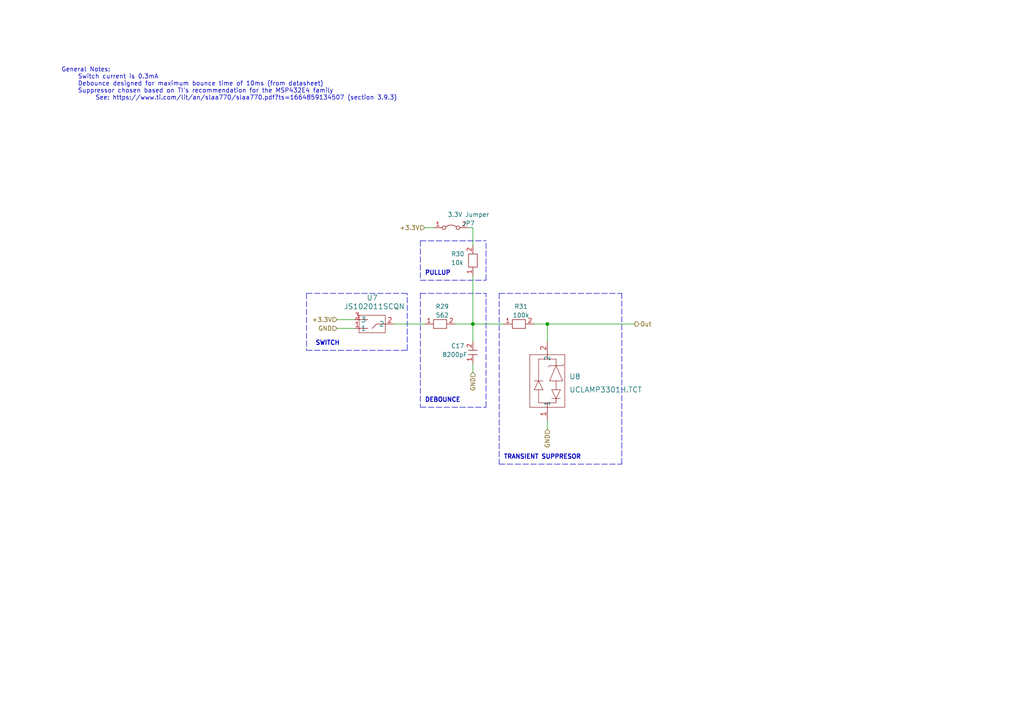
<source format=kicad_sch>
(kicad_sch (version 20211123) (generator eeschema)
  (paper "A4")
  (title_block (title "Switch Subsystem") (rev "1") (company "The Great Gambit"))
  (lib_symbols
    (symbol "C1210C822K2RACAUTO:C1210C822K2RACAUTO" (pin_names (offset 0.762))
      (property "Reference" "C" (at 8.89 6.35 0))
      (property "Value" "C1210C822K2RACAUTO" (at 8.89 3.81 0))
      (symbol "C1210C822K2RACAUTO_0_0"
        (pin passive line (at 0 0 0) (length 2.45) (name "~") (number "1"))
        (pin passive line (at 6.35 0 180) (length 2.45) (name "~") (number "2"))
      )
      (symbol "C1210C822K2RACAUTO_0_1"
        (polyline (pts (xy 2.54 1.27) (xy 2.54 -1.27)) (stroke (width 0.1524)))
        (polyline (pts (xy 3.81 1.27) (xy 3.81 -1.27)) (stroke (width 0.1524)))
      )
    )
    (symbol "CR0402-FX-5620GLF:CR0402-FX-5620GLF" (pin_names (offset 0.762))
      (property "Reference" "R" (at 13.97 6.35 0))
      (property "Value" "CR0402-FX-5620GLF" (at 13.97 3.81 0))
      (symbol "CR0402-FX-5620GLF_0_0"
        (pin passive line (at 0 0 0) (length 2.45) (name "~") (number "1"))
        (pin passive line (at 8.89 0 180) (length 2.45) (name "~") (number "2"))
      )
      (symbol "CR0402-FX-5620GLF_0_1"
        (polyline (pts (xy 2.54 1.27) (xy 6.35 1.27) (xy 6.35 -1.27) (xy 2.54 -1.27) (xy 2.54 1.27)) (stroke (width 0.1524)))
      )
    )
    (symbol "JS102011SCQN:JS102011SCQN" (pin_names (offset 0.254))
      (property "Reference" "U" (at 20.32 10.16 0))
      (property "Value" "JS102011SCQN" (at 20.32 7.62 0))
      (symbol "JS102011SCQN_1_1"
        (polyline (pts (xy 2.54 0) (xy 10.16 0)) (stroke (width 0.127)))
        (polyline (pts (xy 2.54 5.08) (xy 2.54 0)) (stroke (width 0.127)))
        (polyline (pts (xy 2.54 5.08) (xy 10.16 5.08)) (stroke (width 0.127)))
        (polyline (pts (xy 7.62 1.27) (xy 11.43 1.27)))
        (polyline (pts (xy 7.62 3.81) (xy 10.16 3.81)))
        (polyline (pts (xy 10.16 5.08) (xy 10.16 0)) (stroke (width 0.127)))
        (polyline (pts (xy 2.54 2.54) (xy 5.08 2.54) (xy 6.35 3.81)))
        (pin unspecified line (at 11.43 3.81 180) (length 1.5) (name "1") (number "1"))
        (pin unspecified line (at 0 2.54 0) (length 2.5) (name "2") (number "2"))
        (pin unspecified line (at 11.43 1.27 180) (length 1.5) (name "3") (number "3"))
      )
    )
    (symbol "Jumper:Jumper_2_Bridged" (pin_names (offset 0) hide)
      (property "Reference" "JP" (at 0 1.905 0))
      (property "Value" "Jumper_2_Bridged" (at 0 -2.54 0))
      (symbol "Jumper_2_Bridged_0_0"
        (circle (center -2.032 0) (radius 0.508))
        (circle (center 2.032 0) (radius 0.508))
      )
      (symbol "Jumper_2_Bridged_0_1"
        (arc (start 1.524 0.254) (mid 0 0.762) (end -1.524 0.254))
      )
      (symbol "Jumper_2_Bridged_1_1"
        (pin passive line (at -5.08 0 0) (length 2.54) (name "A") (number "1"))
        (pin passive line (at 5.08 0 180) (length 2.54) (name "B") (number "2"))
      )
    )
    (symbol "RCV2512100KFKEGAT:RCV2512100KFKEGAT" (pin_names (offset 0.762))
      (property "Reference" "R" (at 13.97 6.35 0))
      (property "Value" "RCV2512100KFKEGAT" (at 13.97 3.81 0))
      (symbol "RCV2512100KFKEGAT_0_0"
        (pin passive line (at 0 0 0) (length 2.45) (name "~") (number "1"))
        (pin passive line (at 8.89 0 180) (length 2.45) (name "~") (number "2"))
      )
      (symbol "RCV2512100KFKEGAT_0_1"
        (polyline (pts (xy 2.54 1.27) (xy 6.35 1.27) (xy 6.35 -1.27) (xy 2.54 -1.27) (xy 2.54 1.27)) (stroke (width 0.1524)))
      )
    )
    (symbol "RMCF1206FT10K0:10k" (pin_names (offset 0.762))
      (property "Reference" "R" (at 13.97 6.35 0))
      (property "Value" "10k" (at 13.97 3.81 0))
      (symbol "10k_0_0"
        (pin passive line (at 0 0 0) (length 2.45) (name "~") (number "1"))
        (pin passive line (at 8.89 0 180) (length 2.45) (name "~") (number "2"))
      )
      (symbol "10k_0_1"
        (polyline (pts (xy 2.54 1.27) (xy 6.35 1.27) (xy 6.35 -1.27) (xy 2.54 -1.27) (xy 2.54 1.27)) (stroke (width 0.1524)))
      )
    )
    (symbol "UCLAMP3301H-TCT:UCLAMP3301H.TCT" (pin_names (offset 0.254))
      (property "Reference" "U" (at 20.32 10.16 0))
      (property "Value" "UCLAMP3301H.TCT" (at 20.32 7.62 0))
      (symbol "UCLAMP3301H.TCT_0_1"
        (polyline (pts (xy 12.7 0) (xy 13.97 0)))
        (polyline (pts (xy 13.97 -2.54) (xy 15.24 -2.54)))
        (polyline (pts (xy 27.94 0) (xy 26.67 0)))
      )
      (symbol "UCLAMP3301H.TCT_1_1"
        (polyline (pts (xy 12.7 -5.08) (xy 27.94 -5.08)) (stroke (width 0.127)))
        (polyline (pts (xy 12.7 5.08) (xy 12.7 -5.08)) (stroke (width 0.127)))
        (polyline (pts (xy 13.97 0) (xy 13.97 -2.54)) (stroke (width 0.127)))
        (polyline (pts (xy 13.97 0) (xy 13.97 2.54)) (stroke (width 0.127)))
        (polyline (pts (xy 13.97 2.54) (xy 17.78 2.54)) (stroke (width 0.127)))
        (polyline (pts (xy 15.24 -2.54) (xy 15.24 -3.81)) (stroke (width 0.127)))
        (polyline (pts (xy 15.24 -2.54) (xy 15.24 -1.27)) (stroke (width 0.127)))
        (polyline (pts (xy 15.24 -2.54) (xy 17.78 -1.27)) (stroke (width 0.127)))
        (polyline (pts (xy 17.78 -3.81) (xy 15.24 -2.54)) (stroke (width 0.127)))
        (polyline (pts (xy 17.78 -2.54) (xy 20.32 -2.54)) (stroke (width 0.127)))
        (polyline (pts (xy 17.78 -1.27) (xy 17.78 -3.81)) (stroke (width 0.127)))
        (polyline (pts (xy 17.78 1.27) (xy 20.32 2.54)) (stroke (width 0.127)))
        (polyline (pts (xy 17.78 2.54) (xy 17.78 1.27)) (stroke (width 0.127)))
        (polyline (pts (xy 17.78 2.54) (xy 17.78 3.81)) (stroke (width 0.127)))
        (polyline (pts (xy 17.78 3.81) (xy 20.32 2.54)) (stroke (width 0.127)))
        (polyline (pts (xy 20.32 -4.445) (xy 24.765 -2.54)) (stroke (width 0.127)))
        (polyline (pts (xy 20.32 -2.54) (xy 20.32 -4.445)) (stroke (width 0.127)))
        (polyline (pts (xy 20.32 -2.54) (xy 20.32 -0.635)) (stroke (width 0.127)))
        (polyline (pts (xy 20.32 -0.635) (xy 24.765 -2.54)) (stroke (width 0.127)))
        (polyline (pts (xy 20.32 2.54) (xy 20.32 1.27)) (stroke (width 0.127)))
        (polyline (pts (xy 20.32 2.54) (xy 20.32 3.81)) (stroke (width 0.127)))
        (polyline (pts (xy 20.32 2.54) (xy 22.86 2.54)) (stroke (width 0.127)))
        (polyline (pts (xy 24.765 -4.445) (xy 24.765 -0.635)) (stroke (width 0.127)))
        (polyline (pts (xy 24.765 -4.445) (xy 25.146 -4.826)) (stroke (width 0.127)))
        (polyline (pts (xy 24.765 -2.54) (xy 26.67 -2.54)) (stroke (width 0.127)))
        (polyline (pts (xy 24.765 -0.635) (xy 24.384 -0.254)) (stroke (width 0.127)))
        (polyline (pts (xy 26.67 0) (xy 26.67 -2.54)) (stroke (width 0.127)))
        (polyline (pts (xy 26.67 0) (xy 26.67 2.54)) (stroke (width 0.127)))
        (polyline (pts (xy 26.67 2.54) (xy 22.86 2.54)) (stroke (width 0.127)))
        (polyline (pts (xy 27.94 -5.08) (xy 27.94 5.08)) (stroke (width 0.127)))
        (polyline (pts (xy 27.94 5.08) (xy 12.7 5.08)) (stroke (width 0.127)))
        (pin passive line (at 8.89 0 0) (length 3.8) (name "1") (number "1"))
        (pin passive line (at 31.75 0 180) (length 3.8) (name "2") (number "2"))
      )
    )
  )
  (junction (at 158.75 93.98))
  (junction (at 137.16 93.98))
  (polyline (pts (xy 118.11 101.6) (xy 118.11 85.09)))
  (polyline (pts (xy 140.97 118.11) (xy 140.97 85.09)))
  (polyline (pts (xy 121.92 85.09) (xy 121.92 118.11)))
  (polyline (pts (xy 121.92 81.28) (xy 140.97 81.28)))
  (polyline (pts (xy 180.34 134.62) (xy 180.34 85.09)))
  (polyline (pts (xy 88.9 85.09) (xy 118.11 85.09)))
  (wire (pts (xy 158.75 93.98) (xy 184.15 93.98)))
  (wire (pts (xy 97.79 92.71) (xy 102.87 92.71)))
  (wire (pts (xy 158.75 93.98) (xy 158.75 99.06)))
  (polyline (pts (xy 121.92 69.85) (xy 140.97 69.85)))
  (wire (pts (xy 137.16 93.98) (xy 137.16 99.06)))
  (polyline (pts (xy 144.78 134.62) (xy 180.34 134.62)))
  (polyline (pts (xy 88.9 85.09) (xy 88.9 101.6)))
  (wire (pts (xy 132.08 93.98) (xy 137.16 93.98)))
  (wire (pts (xy 137.16 66.04) (xy 137.16 71.12)))
  (wire (pts (xy 137.16 93.98) (xy 146.05 93.98)))
  (polyline (pts (xy 140.97 81.28) (xy 140.97 69.85)))
  (polyline (pts (xy 121.92 85.09) (xy 140.97 85.09)))
  (wire (pts (xy 97.79 95.25) (xy 102.87 95.25)))
  (polyline (pts (xy 121.92 118.11) (xy 140.97 118.11)))
  (wire (pts (xy 114.3 93.98) (xy 123.19 93.98)))
  (wire (pts (xy 137.16 105.41) (xy 137.16 107.95)))
  (wire (pts (xy 158.75 121.92) (xy 158.75 124.46)))
  (polyline (pts (xy 88.9 101.6) (xy 118.11 101.6)))
  (polyline (pts (xy 121.92 69.85) (xy 121.92 81.28)))
  (wire (pts (xy 137.16 80.01) (xy 137.16 93.98)))
  (wire (pts (xy 123.19 66.04) (xy 125.73 66.04)))
  (polyline (pts (xy 144.78 85.09) (xy 180.34 85.09)))
  (wire (pts (xy 135.89 66.04) (xy 137.16 66.04)))
  (polyline (pts (xy 144.78 85.09) (xy 144.78 134.62)))
  (wire (pts (xy 154.94 93.98) (xy 158.75 93.98)))
  (text "TRANSIENT SUPPRESOR" (at 146.05 133.35 0) (effects (font (size 1.27 1.27) bold) (justify left bottom)))
  (text "DEBOUNCE" (at 123.19 116.84 0) (effects (font (size 1.27 1.27) bold) (justify left bottom)))
  (text "General Notes:\n	Switch current is 0.3mA\n	Debounce designed for maximum bounce time of 10ms (from datasheet)\n	Suppressor chosen based on TI's recommendation for the MSP432E4 family \n		See: https://www.ti.com/lit/an/slaa770/slaa770.pdf?ts=1664859134507 (section 3.9.3)" (at 17.78 29.21 0) (effects (font (size 1.27 1.27)) (justify left bottom)))
  (text "SWITCH" (at 91.44 100.33 0) (effects (font (size 1.27 1.27) (thickness 0.254) bold) (justify left bottom)))
  (text "PULLUP" (at 123.19 80.01 0) (effects (font (size 1.27 1.27) bold) (justify left bottom)))
  (hierarchical_label "+3.3V" (shape input) (at 97.79 92.71 180))
  (hierarchical_label "GND" (shape input) (at 97.79 95.25 180))
  (hierarchical_label "GND" (shape input) (at 137.16 107.95 270))
  (hierarchical_label "GND" (shape input) (at 158.75 124.46 270))
  (hierarchical_label "Out" (shape output) (at 184.15 93.98 0))
  (hierarchical_label "+3.3V" (shape input) (at 123.19 66.04 180))
  (symbol (lib_id "RMCF1206FT10K0:10k") (at 137.16 80.01 90) (unit 1)
    (property "Reference" "R30" (at 130.81 73.66 90) (effects (justify right)))
    (property "Value" "10k" (at 130.81 76.2 90) (effects (justify right)))
    (property "Footprint" "RMCF1206FT10K0:RMCF1206FT10K0" (effects hide))
    (property "Datasheet" "https://www.seielect.com/catalog/sei-rmcf_rmcp.pdf" (effects hide))
    (property "Manufacturer's Part Number" "RMCF1206FT10K0" (effects hide))
    (property "Digikey Part Number" "RMCF1206FT10K0CT-ND" (effects hide))
    (property "Digikey link" "https://www.digikey.com/en/products/detail/stackpole-electronics-inc/RMCF1206FT10K0/1759669" (effects hide))
  )
  (symbol (lib_id "C1210C822K2RACAUTO:C1210C822K2RACAUTO") (at 137.16 105.41 90) (unit 1)
    (property "Reference" "C17" (at 130.81 100.33 90) (effects (justify right)))
    (property "Value" "8200pF" (at 128.27 102.87 90) (effects (justify right)))
    (property "Footprint" "C1210C822K2RACAUTO:CAPC3225X88N" (effects hide))
    (property "Datasheet" "https://content.kemet.com/datasheets/KEM_C1023_X7R_AUTO_SMD.pdf" (effects hide))
    (property "Manufacturer's Part Number" "C1210C822K2RACAUTO" (effects hide))
    (property "Digikey Part Number" "399-C1210C822K2RACAUTOCT-ND" (effects hide))
    (property "Mouser Part Number" "80-C1210C822K2RAUTO" (effects hide))
    (property "Digikey link" "https://www.digikey.com/en/products/detail/kemet/C1210C822K2RACAUTO/16524786?s=N4IgTCBcDaIMIEYwIAxwBxjAaTAJQEE4CBVAFQHkACEAXQF8g" (effects hide))
    (property "Mouser link" "https://www.mouser.com/ProductDetail/KEMET/C1210C822K2RACAUTO?qs=sGAEpiMZZMukHu%252BjC5l7YfRfrXj%2FJXIdfvr9FKYreLc%3D" (effects hide))
  )
  (symbol (lib_id "UCLAMP3301H-TCT:UCLAMP3301H.TCT") (at 158.75 130.81 90) (unit 1)
    (property "Reference" "U8" (at 165.1 109.22 90) (effects (font (size 1.524 1.524)) (justify right)))
    (property "Value" "UCLAMP3301H.TCT" (at 165.1 113.03 90) (effects (font (size 1.524 1.524)) (justify right)))
    (property "Footprint" "UCLAMP3310H-TCT:UCLAMP3301H.TCT" (effects hide))
    (property "Datasheet" "https://semtech.my.salesforce.com/sfc/p/#E0000000JelG/a/44000000MDWf/s0KJxyOHQyYOcvBXVBK9X3X8Cxj1gNltZ2vd2k1S0Wo" (effects hide))
    (property "Manufacturers Part Number" "UCLAMP3301H.TCT" (effects hide))
    (property "Digikey Part Number" "UCLAMP3301HDKR-ND" (effects hide))
    (property "Digikey Link" "https://www.digikey.com/en/products/detail/semtech-corporation/UCLAMP3301H-TCT/1000952" (effects hide))
  )
  (symbol (lib_id "Jumper:Jumper_2_Bridged") (at 130.81 66.04 0) (unit 1)
    (property "Reference" "JP7" (at 135.89 64.77 0))
    (property "Value" "3.3V Jumper" (at 135.89 62.23 0))
    (property "Footprint" "TestPoint:TestPoint_2Pads_Pitch2.54mm_Drill0.8mm" (effects hide))
    (property "Manufacturers Part Number" "PH1-02-UA" (effects hide))
    (property "Digikey Part Number" "2057-PH1-02-UA-ND" (effects hide))
    (property "Digikey Link" "https://www.digikey.com/en/products/detail/adam-tech/PH1-02-UA/9830266" (effects hide))
  )
  (symbol (lib_id "CR0402-FX-5620GLF:CR0402-FX-5620GLF") (at 123.19 93.98 0) (unit 1)
    (property "Reference" "R29" (at 128.27 88.9 0))
    (property "Value" "562" (at 128.27 91.44 0))
    (property "Footprint" "CR0402-FX-5620GLF:RESC1005X40N" (effects hide))
    (property "Datasheet" "https://componentsearchengine.com/Datasheets/1/CR0402-FX-5620GLF.pdf" (effects hide))
    (property "Manufacturer's Part Number" "CR0402-FX-5620GLF" (effects hide))
    (property "Digikey Part Number" "118-CR0402-FX-5620GLFCT-ND" (effects hide))
    (property "Mouser Part Number" "652-CR0402FX-5620GLF" (effects hide))
    (property "Digikey link" "https://www.digikey.com/en/products/detail/bourns-inc/CR0402-FX-5620GLF/3783429?s=N4IgTCBcDaIAQGEBKAGALCsBaAYgDSwFYA2MFAcQBkcQBdAXyA" (effects hide))
    (property "Mouse link" "https://www.mouser.com/ProductDetail/Bourns/CR0402-FX-5620GLF?qs=sGAEpiMZZMtlubZbdhIBIDfFWzqdPB9%252B4rUQL12%252Bb9s%3D" (effects hide))
  )
  (symbol (lib_id "RCV2512100KFKEGAT:RCV2512100KFKEGAT") (at 146.05 93.98 0) (unit 1)
    (property "Reference" "R31" (at 151.13 88.9 0))
    (property "Value" "100k" (at 151.13 91.44 0))
    (property "Footprint" "RCV2512100KFKEGAT:RESC6332X70N" (effects hide))
    (property "Datasheet" "https://www.vishay.com/docs/20082/rcvat-e3.pdf" (effects hide))
    (property "Manufacturer's Part Number" "RCV2512100KFKEGAT" (effects hide))
    (property "Digikey Part Number" "541-RCV2512100KFKEGATCT-ND" (effects hide))
    (property "Mouser Part Number" "71-RCV2512100KFKEGAT" (effects hide))
    (property "Digikey link" "https://www.digikey.com/en/products/detail/vishay-dale/RCV2512100KFKEGAT/13985179?s=N4IgTCBcDaIEoGEBqYCsBGM6AM2DSAYngKIDiAggCoAEIAugL5A" (effects hide))
    (property "Mouser link" "https://www.mouser.com/ProductDetail/Vishay-Draloric/RCV2512100KFKEGAT?qs=sGAEpiMZZMtlubZbdhIBIOK8YY79HZuiqCZ6uF64pjM%3D" (effects hide))
  )
  (symbol (lib_id "JS102011SCQN:JS102011SCQN") (at 114.3 91.44 180) (unit 1)
    (property "Reference" "U7" (at 107.95 86.36 0) (effects (font (size 1.524 1.524))))
    (property "Value" "JS102011SCQN" (at 108.5617 88.9 0) (effects (font (size 1.524 1.524))))
    (property "Footprint" "JS102011SCQN:JS102011SCQN" (effects hide))
    (property "Datasheet" "https://www.ckswitches.com/media/1422/js.pdf" (effects hide))
    (property "Manufacturer's Part Number" "JS102011SCQN" (effects hide))
    (property "Digikey Part Number" "CKN10877CT-ND" (effects hide))
    (property "Mouser Part Number" "611-JS102011SCQN" (effects hide))
    (property "Digikey link" "https://www.digikey.com/en/products/detail/c-k/JS102011SCQN/3753547" (effects hide))
    (property "Mouser link" "https://www.mouser.com/ProductDetail/CK/JS102011SCQN?qs=aIxPIZZxLh/C/w7UJtfwsg%3D%3D" (effects hide))
  )
)
</source>
